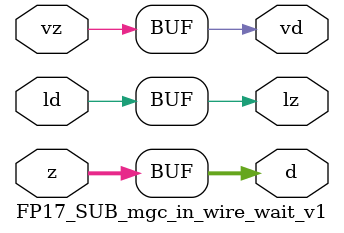
<source format=v>
module FP17_SUB_mgc_in_wire_wait_v1 (ld, vd, d, lz, vz, z);
  parameter integer rscid = 1;
  parameter integer width = 8;
  input ld;
  output vd;
  output [width-1:0] d;
  output lz;
  input vz;
  input [width-1:0] z;
  wire vd;
  wire [width-1:0] d;
  wire lz;
  assign d = z;
  assign lz = ld;
  assign vd = vz;
endmodule
</source>
